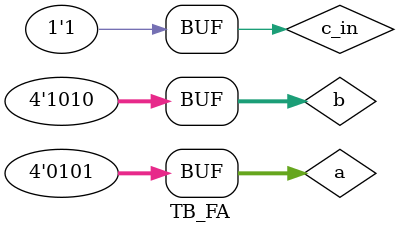
<source format=v>
module Fulladder4bit(A,B,Cin,SUM,Cout);
output [3:0]SUM;
output Cout;
input [3:0]A,B;
input Cin;
assign {Cout,SUM}=A+B+Cin;
endmodule

////////////////////////
//Test Bench

module TB_FA();
reg[3:0]a,b;
reg c_in;
wire[3:0]s;
wire c_o;

Fulladder4bit F1(.A(a),.B(b),.Cin(c_in),.SUM(s),.Cout(c_o));

initial 
begin

a=4'b0000; b=4'b0010; c_in=1'b0;
#100

a=4'b0001; b=4'b0011; c_in=1'b1;
#100

a=4'b0100; b=4'b1010; c_in=1'b0;
#100
a=4'b0101; b=4'b1010; c_in=1'b1;
end
endmodule



</source>
